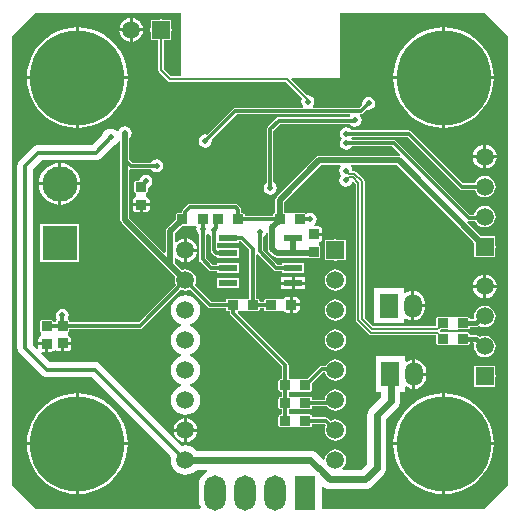
<source format=gbl>
G04*
G04 #@! TF.GenerationSoftware,Altium Limited,Altium Designer,20.0.7 (75)*
G04*
G04 Layer_Physical_Order=4*
G04 Layer_Color=16711680*
%FSLAX44Y44*%
%MOMM*%
G71*
G01*
G75*
%ADD13C,0.2000*%
G04:AMPARAMS|DCode=25|XSize=0.9mm|YSize=0.8mm|CornerRadius=0.06mm|HoleSize=0mm|Usage=FLASHONLY|Rotation=0.000|XOffset=0mm|YOffset=0mm|HoleType=Round|Shape=RoundedRectangle|*
%AMROUNDEDRECTD25*
21,1,0.9000,0.6800,0,0,0.0*
21,1,0.7800,0.8000,0,0,0.0*
1,1,0.1200,0.3900,-0.3400*
1,1,0.1200,-0.3900,-0.3400*
1,1,0.1200,-0.3900,0.3400*
1,1,0.1200,0.3900,0.3400*
%
%ADD25ROUNDEDRECTD25*%
G04:AMPARAMS|DCode=33|XSize=0.8mm|YSize=0.9mm|CornerRadius=0.06mm|HoleSize=0mm|Usage=FLASHONLY|Rotation=90.000|XOffset=0mm|YOffset=0mm|HoleType=Round|Shape=RoundedRectangle|*
%AMROUNDEDRECTD33*
21,1,0.8000,0.7800,0,0,90.0*
21,1,0.6800,0.9000,0,0,90.0*
1,1,0.1200,0.3900,0.3400*
1,1,0.1200,0.3900,-0.3400*
1,1,0.1200,-0.3900,-0.3400*
1,1,0.1200,-0.3900,0.3400*
%
%ADD33ROUNDEDRECTD33*%
%ADD60C,0.5000*%
%ADD62C,0.3000*%
%ADD64C,0.5000*%
%ADD65C,0.1824*%
%ADD67C,1.5000*%
%ADD68R,1.5000X1.5000*%
%ADD69O,1.8000X3.0000*%
%ADD70R,1.8000X3.0000*%
%ADD71R,1.5000X1.5000*%
%ADD72C,3.0000*%
%ADD73R,3.0000X3.0000*%
%ADD74R,1.5000X2.0000*%
%ADD75O,1.5000X2.0000*%
%ADD76C,8.0000*%
%ADD77R,1.6030X0.5588*%
%ADD78C,0.6000*%
%ADD79C,0.3810*%
G36*
X210000Y190000D02*
Y-190000D01*
X190000Y-210000D01*
X52100D01*
Y-191901D01*
X53370Y-191309D01*
X54580Y-192238D01*
X56526Y-193044D01*
X58614Y-193319D01*
X88500D01*
X90588Y-193044D01*
X92535Y-192238D01*
X94206Y-190956D01*
X104206Y-180956D01*
X105488Y-179284D01*
X106294Y-177338D01*
X106569Y-175250D01*
Y-134092D01*
X116206Y-124456D01*
X117488Y-122785D01*
X118294Y-120838D01*
X118569Y-118750D01*
Y-111000D01*
X122500D01*
Y-107001D01*
X123770Y-106375D01*
X124937Y-107270D01*
X127379Y-108282D01*
X128730Y-108459D01*
Y-96000D01*
Y-83541D01*
X127379Y-83718D01*
X124937Y-84730D01*
X123770Y-85625D01*
X122500Y-84999D01*
Y-81000D01*
X97500D01*
Y-111000D01*
X102431D01*
Y-115408D01*
X92794Y-125044D01*
X91512Y-126715D01*
X90706Y-128662D01*
X90431Y-130750D01*
Y-171908D01*
X85158Y-177181D01*
X69578D01*
X69147Y-175911D01*
X69919Y-175319D01*
X71361Y-173439D01*
X72268Y-171250D01*
X72578Y-168900D01*
X72268Y-166551D01*
X71361Y-164361D01*
X69919Y-162481D01*
X68039Y-161038D01*
X65849Y-160132D01*
X63500Y-159822D01*
X61150Y-160132D01*
X58961Y-161038D01*
X57081Y-162481D01*
X55638Y-164361D01*
X54732Y-166551D01*
X54575Y-167740D01*
X54297Y-167992D01*
X53247Y-168428D01*
X53204Y-168428D01*
X47970Y-163194D01*
X46299Y-161912D01*
X44353Y-161106D01*
X42264Y-160831D01*
X-53936D01*
X-54585Y-159985D01*
X-57196Y-157981D01*
X-60237Y-156722D01*
X-63500Y-156292D01*
X-66448Y-156680D01*
X-135514Y-87614D01*
X-136872Y-86572D01*
X-138453Y-85917D01*
X-140150Y-85694D01*
X-178034D01*
X-185439Y-78289D01*
X-184971Y-77258D01*
X-184831Y-77101D01*
X-182270D01*
Y-71770D01*
X-188102D01*
Y-73831D01*
X-188258Y-73971D01*
X-189289Y-74439D01*
X-192694Y-71034D01*
Y77534D01*
X-185284Y84944D01*
X-139500D01*
X-137803Y85167D01*
X-136222Y85822D01*
X-134864Y86864D01*
X-124780Y96948D01*
X-122968Y97699D01*
X-121401Y98901D01*
X-120199Y100468D01*
X-119864Y101276D01*
X-118594Y101024D01*
Y85500D01*
Y34750D01*
X-118594Y34750D01*
X-118301Y33279D01*
X-117468Y32032D01*
X-78968Y-6468D01*
X-78968Y-6468D01*
X-71981Y-13456D01*
X-72268Y-14151D01*
X-72578Y-16500D01*
X-72268Y-18850D01*
X-71558Y-20564D01*
X-103170Y-52176D01*
X-161693D01*
Y-51600D01*
X-161838Y-50870D01*
X-162252Y-50252D01*
X-162870Y-49839D01*
X-163124Y-49226D01*
X-162569Y-48396D01*
X-162142Y-46250D01*
X-162569Y-44104D01*
X-163785Y-42285D01*
X-165604Y-41069D01*
X-167750Y-40642D01*
X-169896Y-41069D01*
X-171715Y-42285D01*
X-172931Y-44104D01*
X-173358Y-46250D01*
X-172931Y-48396D01*
X-172067Y-49688D01*
X-172130Y-49839D01*
X-172748Y-50252D01*
X-173162Y-50870D01*
X-173307Y-51600D01*
Y-52176D01*
X-175193D01*
Y-52100D01*
X-175338Y-51370D01*
X-175752Y-50752D01*
X-176370Y-50339D01*
X-177100Y-50193D01*
X-184900D01*
X-185630Y-50339D01*
X-186248Y-50752D01*
X-186661Y-51370D01*
X-186807Y-52100D01*
Y-58900D01*
X-186661Y-59630D01*
X-186248Y-60248D01*
X-185630Y-60662D01*
X-185500Y-60687D01*
Y-64018D01*
X-186125Y-64142D01*
X-187164Y-64836D01*
X-187858Y-65875D01*
X-188102Y-67100D01*
Y-69230D01*
X-181000D01*
Y-70500D01*
X-179730D01*
Y-77101D01*
X-177100D01*
X-175875Y-76858D01*
X-174836Y-76164D01*
X-173664Y-75664D01*
X-173268Y-75928D01*
X-172625Y-76358D01*
X-171400Y-76602D01*
X-168770D01*
Y-70000D01*
X-167500D01*
Y-68730D01*
X-160399D01*
Y-66600D01*
X-160642Y-65375D01*
X-161336Y-64336D01*
X-162375Y-63642D01*
X-163000Y-63518D01*
Y-60187D01*
X-162870Y-60161D01*
X-162252Y-59748D01*
X-161838Y-59130D01*
X-161693Y-58400D01*
Y-57824D01*
X-102000D01*
X-102000Y-57824D01*
X-100919Y-57609D01*
X-100003Y-56997D01*
X-67564Y-24558D01*
X-65849Y-25268D01*
X-63500Y-25578D01*
X-61150Y-25268D01*
X-59436Y-24558D01*
X-44497Y-39497D01*
X-44497Y-39497D01*
X-43581Y-40109D01*
X-42500Y-40324D01*
X-29307D01*
Y-40900D01*
X-29162Y-41630D01*
X-28748Y-42248D01*
X-28130Y-42661D01*
X-27400Y-42807D01*
X-25832D01*
Y-44243D01*
X-25832Y-44243D01*
X-25617Y-45324D01*
X-25004Y-46240D01*
X18176Y-89420D01*
Y-100193D01*
X17100D01*
X16370Y-100338D01*
X15752Y-100752D01*
X15338Y-101370D01*
X15193Y-102100D01*
Y-108900D01*
X15338Y-109630D01*
X15752Y-110248D01*
X16370Y-110661D01*
X17100Y-110807D01*
X18176D01*
Y-115193D01*
X17100D01*
X16370Y-115338D01*
X15752Y-115752D01*
X15338Y-116370D01*
X15193Y-117100D01*
Y-123900D01*
X15338Y-124630D01*
X15752Y-125248D01*
X16370Y-125661D01*
X17100Y-125807D01*
X18176D01*
Y-130193D01*
X17100D01*
X16370Y-130338D01*
X15752Y-130752D01*
X15338Y-131370D01*
X15193Y-132100D01*
Y-138900D01*
X15338Y-139630D01*
X15752Y-140248D01*
X16370Y-140661D01*
X17100Y-140807D01*
X24900D01*
X25194Y-140748D01*
X25500Y-140875D01*
X33500D01*
X33806Y-140748D01*
X34100Y-140807D01*
X41900D01*
X42630Y-140661D01*
X43248Y-140248D01*
X43661Y-139630D01*
X43807Y-138900D01*
Y-138324D01*
X54330D01*
X55442Y-139436D01*
X54732Y-141151D01*
X54422Y-143500D01*
X54732Y-145850D01*
X55638Y-148039D01*
X57081Y-149919D01*
X58961Y-151361D01*
X61150Y-152268D01*
X63500Y-152578D01*
X65849Y-152268D01*
X68039Y-151361D01*
X69919Y-149919D01*
X71361Y-148039D01*
X72268Y-145850D01*
X72578Y-143500D01*
X72268Y-141151D01*
X71361Y-138961D01*
X69919Y-137081D01*
X68039Y-135639D01*
X65849Y-134732D01*
X63500Y-134422D01*
X61150Y-134732D01*
X59436Y-135442D01*
X57497Y-133503D01*
X56581Y-132891D01*
X55500Y-132676D01*
X55500Y-132676D01*
X43807D01*
Y-132100D01*
X43661Y-131370D01*
X43248Y-130752D01*
X42630Y-130338D01*
X41900Y-130193D01*
X34100D01*
X33806Y-130252D01*
X33500Y-130125D01*
X25500D01*
X25194Y-130252D01*
X24900Y-130193D01*
X23824D01*
Y-125807D01*
X24900D01*
X25194Y-125748D01*
X25500Y-125875D01*
X33500D01*
X33806Y-125748D01*
X34100Y-125807D01*
X41900D01*
X42630Y-125661D01*
X43248Y-125248D01*
X43661Y-124630D01*
X43807Y-123900D01*
Y-123324D01*
X56164D01*
X57081Y-124519D01*
X58961Y-125961D01*
X61150Y-126868D01*
X63500Y-127178D01*
X65849Y-126868D01*
X68039Y-125961D01*
X69919Y-124519D01*
X71361Y-122639D01*
X72268Y-120449D01*
X72578Y-118100D01*
X72268Y-115751D01*
X71361Y-113561D01*
X69919Y-111681D01*
X68039Y-110239D01*
X65849Y-109332D01*
X63500Y-109022D01*
X61150Y-109332D01*
X58961Y-110239D01*
X57081Y-111681D01*
X55638Y-113561D01*
X54732Y-115751D01*
X54478Y-117676D01*
X43807D01*
Y-117100D01*
X43661Y-116370D01*
X43248Y-115752D01*
X42630Y-115338D01*
X41900Y-115193D01*
X34100D01*
X33806Y-115252D01*
X33500Y-115125D01*
X25500D01*
X25194Y-115252D01*
X24900Y-115193D01*
X23824D01*
Y-110807D01*
X24900D01*
X25194Y-110748D01*
X25500Y-110875D01*
X33500D01*
X33806Y-110748D01*
X34100Y-110807D01*
X41900D01*
X42630Y-110661D01*
X43248Y-110248D01*
X43661Y-109630D01*
X43807Y-108900D01*
Y-103687D01*
X52920Y-94574D01*
X54669D01*
X54732Y-95049D01*
X55638Y-97239D01*
X57081Y-99119D01*
X58961Y-100561D01*
X61150Y-101468D01*
X63500Y-101778D01*
X65849Y-101468D01*
X68039Y-100561D01*
X69919Y-99119D01*
X71361Y-97239D01*
X72268Y-95049D01*
X72578Y-92700D01*
X72268Y-90351D01*
X71361Y-88161D01*
X69919Y-86281D01*
X68039Y-84838D01*
X65849Y-83932D01*
X63500Y-83622D01*
X61150Y-83932D01*
X58961Y-84838D01*
X57081Y-86281D01*
X55638Y-88161D01*
X55322Y-88926D01*
X51750D01*
X50669Y-89141D01*
X49753Y-89753D01*
X49753Y-89753D01*
X39312Y-100193D01*
X34100D01*
X33805Y-100252D01*
X33500Y-100126D01*
X25500D01*
X25194Y-100252D01*
X24900Y-100193D01*
X23824D01*
Y-88250D01*
X23609Y-87169D01*
X22997Y-86253D01*
X22997Y-86253D01*
X-19189Y-44067D01*
X-18585Y-42875D01*
X-11001D01*
X-10695Y-42748D01*
X-10400Y-42807D01*
X-2600D01*
X-1870Y-42661D01*
X-1252Y-42248D01*
X-838Y-41630D01*
X-693Y-40900D01*
Y-40324D01*
X3193D01*
Y-40900D01*
X3338Y-41630D01*
X3752Y-42248D01*
X4370Y-42661D01*
X5100Y-42807D01*
X12900D01*
X13194Y-42748D01*
X13500Y-42875D01*
X19643D01*
X19836Y-43164D01*
X20875Y-43858D01*
X22100Y-44102D01*
X24730D01*
Y-37500D01*
Y-30898D01*
X22100D01*
X20875Y-31142D01*
X19836Y-31836D01*
X19643Y-32125D01*
X13500D01*
X13194Y-32252D01*
X12900Y-32193D01*
X5100D01*
X4370Y-32339D01*
X3752Y-32752D01*
X3338Y-33370D01*
X3193Y-34100D01*
Y-34676D01*
X-693D01*
Y-34100D01*
X-838Y-33370D01*
X-1252Y-32752D01*
X-1870Y-32339D01*
X-2600Y-32193D01*
X-3676D01*
Y4929D01*
X-2406Y5412D01*
X11353Y-8347D01*
X11353Y-8347D01*
X12269Y-8959D01*
X13350Y-9174D01*
X18288D01*
Y-10414D01*
X36858D01*
Y-2286D01*
X18288D01*
Y-3526D01*
X14520D01*
X2074Y8920D01*
Y19612D01*
X3486Y20555D01*
X4701Y22375D01*
X4886Y23303D01*
X6156Y23178D01*
Y10000D01*
X6156Y10000D01*
X6449Y8529D01*
X7282Y7282D01*
X10932Y3632D01*
X12179Y2799D01*
X13650Y2506D01*
X13650Y2506D01*
X18288D01*
Y2286D01*
X36858D01*
Y2506D01*
X40120D01*
X40370Y2339D01*
X41100Y2193D01*
X48900D01*
X49630Y2339D01*
X50248Y2752D01*
X50662Y3370D01*
X50807Y4100D01*
Y10900D01*
X50662Y11630D01*
X50248Y12248D01*
X49630Y12661D01*
X49500Y12687D01*
Y16018D01*
X50125Y16142D01*
X51164Y16836D01*
X51858Y17875D01*
X52101Y19100D01*
Y21230D01*
X45000D01*
Y23770D01*
X52101D01*
Y25900D01*
X51858Y27125D01*
X51164Y28164D01*
X50125Y28858D01*
X48900Y29102D01*
X45358D01*
X44973Y30371D01*
X45965Y31035D01*
X47181Y32854D01*
X47608Y35000D01*
X47181Y37146D01*
X45965Y38965D01*
X44146Y40181D01*
X42000Y40608D01*
X39854Y40181D01*
X38890Y39536D01*
X38748Y39748D01*
X38130Y40161D01*
X37400Y40307D01*
X29600D01*
X29305Y40248D01*
X29000Y40375D01*
X21000D01*
X20344Y41478D01*
Y49908D01*
X51592Y81156D01*
X67611D01*
X68078Y79886D01*
X67069Y78376D01*
X66642Y76230D01*
X67069Y74084D01*
X67714Y73119D01*
X68358Y72021D01*
X67142Y70202D01*
X66715Y68056D01*
X67142Y65910D01*
X68358Y64090D01*
X70177Y62875D01*
X72323Y62448D01*
X74469Y62875D01*
X76288Y64090D01*
X77504Y65910D01*
X77615Y66469D01*
X78830Y66838D01*
X80682Y64987D01*
Y-50484D01*
X80682Y-50485D01*
X80851Y-51336D01*
X81333Y-52058D01*
X91895Y-62620D01*
X91896Y-62620D01*
X92617Y-63102D01*
X93469Y-63271D01*
X148693D01*
Y-69400D01*
X148839Y-70130D01*
X149252Y-70748D01*
X149870Y-71161D01*
X150600Y-71307D01*
X158400D01*
X158694Y-71248D01*
X159000Y-71375D01*
X167000D01*
X167305Y-71248D01*
X167600Y-71307D01*
X175400D01*
X176130Y-71161D01*
X176748Y-70748D01*
X177162Y-70130D01*
X177307Y-69400D01*
Y-69237D01*
X180390D01*
X181236Y-70340D01*
X181232Y-70350D01*
X180923Y-72700D01*
X181232Y-75049D01*
X182139Y-77238D01*
X183581Y-79118D01*
X185461Y-80561D01*
X187651Y-81468D01*
X190000Y-81777D01*
X192350Y-81468D01*
X194539Y-80561D01*
X196419Y-79118D01*
X197862Y-77238D01*
X198769Y-75049D01*
X199078Y-72700D01*
X198769Y-70350D01*
X197862Y-68161D01*
X196419Y-66281D01*
X194539Y-64838D01*
X192350Y-63931D01*
X190000Y-63622D01*
X187651Y-63931D01*
X185552Y-64801D01*
X184462Y-63711D01*
X183412Y-63009D01*
X182173Y-62763D01*
X177307D01*
Y-62600D01*
X177162Y-61870D01*
X176748Y-61252D01*
X176130Y-60838D01*
X175400Y-60693D01*
X167600D01*
X167306Y-60752D01*
X167000Y-60625D01*
X159000D01*
X158694Y-60752D01*
X158400Y-60693D01*
X152586D01*
X152485Y-60542D01*
X152485Y-60542D01*
X151443Y-59500D01*
X152485Y-58458D01*
X152485Y-58458D01*
X152586Y-58307D01*
X158400D01*
X158694Y-58248D01*
X159000Y-58375D01*
X167000D01*
X167306Y-58248D01*
X167600Y-58307D01*
X175400D01*
X176130Y-58162D01*
X176748Y-57748D01*
X177162Y-57130D01*
X177307Y-56400D01*
Y-56237D01*
X182173D01*
X183412Y-55991D01*
X184462Y-55289D01*
X184968Y-54783D01*
X185461Y-55162D01*
X187650Y-56069D01*
X190000Y-56378D01*
X192349Y-56069D01*
X194539Y-55162D01*
X196419Y-53719D01*
X197861Y-51839D01*
X198768Y-49650D01*
X199077Y-47300D01*
X198768Y-44951D01*
X197861Y-42762D01*
X196419Y-40882D01*
X194539Y-39439D01*
X192349Y-38532D01*
X190000Y-38223D01*
X187650Y-38532D01*
X185461Y-39439D01*
X183581Y-40882D01*
X182138Y-42762D01*
X181231Y-44951D01*
X180922Y-47300D01*
X181093Y-48601D01*
X180055Y-49763D01*
X177307D01*
Y-49600D01*
X177162Y-48870D01*
X176748Y-48252D01*
X176130Y-47839D01*
X175400Y-47693D01*
X167600D01*
X167306Y-47752D01*
X167000Y-47625D01*
X159000D01*
X158694Y-47752D01*
X158400Y-47693D01*
X150600D01*
X149870Y-47839D01*
X149252Y-48252D01*
X148839Y-48870D01*
X148693Y-49600D01*
Y-55729D01*
X95672D01*
X88225Y-48282D01*
Y67190D01*
X88225Y67190D01*
X88055Y68041D01*
X87573Y68763D01*
X81019Y75317D01*
X80297Y75799D01*
X79446Y75968D01*
X79446Y75968D01*
X78072D01*
X77858Y76230D01*
X77431Y78376D01*
X76422Y79886D01*
X76889Y81156D01*
X115308D01*
X181230Y15234D01*
Y14237D01*
X180923Y11900D01*
X181230Y9564D01*
Y3130D01*
X187663D01*
X190000Y2823D01*
X192337Y3130D01*
X198770D01*
Y9564D01*
X199078Y11900D01*
X198770Y14237D01*
Y20670D01*
X192337D01*
X190000Y20978D01*
X187663Y20670D01*
X186666D01*
X175259Y32078D01*
X175884Y33249D01*
X176250Y33176D01*
X176250Y33176D01*
X181967D01*
X182139Y32762D01*
X183581Y30882D01*
X185461Y29439D01*
X187651Y28532D01*
X190000Y28223D01*
X192350Y28532D01*
X194539Y29439D01*
X196419Y30882D01*
X197862Y32762D01*
X198769Y34951D01*
X199078Y37300D01*
X198769Y39650D01*
X197862Y41839D01*
X196419Y43719D01*
X194539Y45162D01*
X192350Y46069D01*
X190000Y46378D01*
X187651Y46069D01*
X185461Y45162D01*
X183581Y43719D01*
X182139Y41839D01*
X181232Y39650D01*
X181123Y38824D01*
X177420D01*
X114747Y101497D01*
X113831Y102109D01*
X112750Y102324D01*
X112750Y102324D01*
X77478D01*
X77389Y102457D01*
X76737Y103500D01*
X77389Y104543D01*
X77478Y104676D01*
X124580D01*
X168553Y60703D01*
X168553Y60703D01*
X169470Y60090D01*
X170550Y59875D01*
X181428D01*
X182138Y58161D01*
X183581Y56281D01*
X185461Y54838D01*
X187650Y53931D01*
X190000Y53622D01*
X192349Y53931D01*
X194539Y54838D01*
X196419Y56281D01*
X197861Y58161D01*
X198768Y60350D01*
X199077Y62700D01*
X198768Y65049D01*
X197861Y67238D01*
X196419Y69118D01*
X194539Y70561D01*
X192349Y71468D01*
X190000Y71777D01*
X187650Y71468D01*
X185461Y70561D01*
X183581Y69118D01*
X182138Y67238D01*
X181428Y65524D01*
X171720D01*
X127747Y109497D01*
X126831Y110109D01*
X125750Y110324D01*
X125750Y110324D01*
X77478D01*
X76715Y111465D01*
X74896Y112681D01*
X72750Y113108D01*
X70604Y112681D01*
X68785Y111465D01*
X67569Y109646D01*
X67142Y107500D01*
X67569Y105354D01*
X68111Y104543D01*
X68763Y103500D01*
X68111Y102457D01*
X67569Y101646D01*
X67142Y99500D01*
X67569Y97354D01*
X68785Y95535D01*
X70604Y94319D01*
X72750Y93892D01*
X74896Y94319D01*
X76715Y95535D01*
X77478Y96676D01*
X111580D01*
X118419Y89837D01*
X118357Y89575D01*
X117794Y88666D01*
X116901Y88844D01*
X116901Y88844D01*
X50000D01*
X48529Y88551D01*
X47282Y87718D01*
X47282Y87718D01*
X13782Y54218D01*
X12949Y52971D01*
X12656Y51500D01*
X12656Y51500D01*
Y40307D01*
X12600D01*
X11870Y40161D01*
X11252Y39748D01*
X10839Y39130D01*
X10693Y38400D01*
Y37824D01*
X-13193D01*
Y38400D01*
X-13339Y39130D01*
X-13752Y39748D01*
X-14370Y40161D01*
X-15100Y40307D01*
X-16176D01*
Y43243D01*
X-16176Y43243D01*
X-16391Y44323D01*
X-17003Y45240D01*
X-17003Y45240D01*
X-18760Y46997D01*
X-19677Y47609D01*
X-20757Y47824D01*
X-20758Y47824D01*
X-60000D01*
X-60000Y47824D01*
X-61081Y47609D01*
X-61997Y46997D01*
X-61997Y46997D01*
X-65741Y43253D01*
X-66353Y42337D01*
X-66568Y41256D01*
X-67345Y40307D01*
X-69900D01*
X-70630Y40161D01*
X-71248Y39748D01*
X-71662Y39130D01*
X-71807Y38400D01*
Y34629D01*
X-78968Y27468D01*
X-79801Y26221D01*
X-80094Y24750D01*
X-80094Y24750D01*
Y7189D01*
X-81267Y6703D01*
X-110906Y36342D01*
Y76447D01*
X-109636Y77453D01*
X-109500Y77426D01*
X-109500Y77426D01*
X-92728D01*
X-91965Y76285D01*
X-90146Y75069D01*
X-88000Y74642D01*
X-85854Y75069D01*
X-84035Y76285D01*
X-82819Y78104D01*
X-82392Y80250D01*
X-82819Y82396D01*
X-84035Y84215D01*
X-85854Y85431D01*
X-88000Y85858D01*
X-90146Y85431D01*
X-91965Y84215D01*
X-92728Y83074D01*
X-108330D01*
X-110906Y85650D01*
Y103954D01*
X-110785Y104035D01*
X-109569Y105854D01*
X-109142Y108000D01*
X-109569Y110146D01*
X-110785Y111965D01*
X-112604Y113181D01*
X-114750Y113608D01*
X-116896Y113181D01*
X-118715Y111965D01*
X-119931Y110146D01*
X-120020Y109699D01*
X-121257Y109411D01*
X-121401Y109599D01*
X-122968Y110801D01*
X-124792Y111557D01*
X-126750Y111815D01*
X-128708Y111557D01*
X-130532Y110801D01*
X-132099Y109599D01*
X-133301Y108032D01*
X-134052Y106220D01*
X-142216Y98056D01*
X-188000D01*
X-189697Y97833D01*
X-191278Y97178D01*
X-192636Y96136D01*
X-203886Y84886D01*
X-204928Y83528D01*
X-205583Y81947D01*
X-205806Y80250D01*
Y-73750D01*
X-205583Y-75447D01*
X-204928Y-77028D01*
X-203886Y-78386D01*
X-185386Y-96886D01*
X-184028Y-97928D01*
X-182447Y-98583D01*
X-180750Y-98806D01*
X-142866D01*
X-75720Y-165952D01*
X-76108Y-168900D01*
X-75678Y-172163D01*
X-74419Y-175204D01*
X-72415Y-177815D01*
X-69804Y-179819D01*
X-66763Y-181078D01*
X-63500Y-181508D01*
X-60237Y-181078D01*
X-57196Y-179819D01*
X-54585Y-177815D01*
X-53936Y-176969D01*
X-45039D01*
X-44792Y-178215D01*
X-45160Y-178367D01*
X-48085Y-180611D01*
X-50329Y-183536D01*
X-51739Y-186941D01*
X-52220Y-190596D01*
Y-202596D01*
X-51739Y-206251D01*
X-50712Y-208730D01*
X-51561Y-210000D01*
X-190000D01*
X-210000Y-190000D01*
Y190000D01*
X-190000Y210000D01*
X-67415D01*
Y156052D01*
X-75562D01*
X-81760Y162249D01*
Y186553D01*
X-81737Y186556D01*
X-75304D01*
Y192989D01*
X-74996Y195326D01*
X-75304Y197663D01*
Y204096D01*
X-81737D01*
X-84074Y204404D01*
X-86411Y204096D01*
X-92844D01*
Y197663D01*
X-93152Y195326D01*
X-92844Y192989D01*
Y186556D01*
X-86411D01*
X-86389Y186553D01*
Y161290D01*
X-86212Y160404D01*
X-85711Y159653D01*
X-78158Y152100D01*
X-77407Y151599D01*
X-76521Y151423D01*
X21748D01*
X35533Y137637D01*
X34951Y136766D01*
X34524Y134620D01*
X34951Y132474D01*
X36043Y130840D01*
X35678Y129570D01*
X-21254D01*
X-22335Y129355D01*
X-23251Y128743D01*
X-23251Y128743D01*
X-45404Y106590D01*
X-46750Y106858D01*
X-48896Y106431D01*
X-50715Y105215D01*
X-51931Y103396D01*
X-52358Y101250D01*
X-51931Y99104D01*
X-50715Y97285D01*
X-48896Y96069D01*
X-46750Y95642D01*
X-44604Y96069D01*
X-42785Y97285D01*
X-41569Y99104D01*
X-41142Y101250D01*
X-41410Y102596D01*
X-20084Y123922D01*
X75556D01*
X75921Y122652D01*
X75113Y121442D01*
X15368D01*
X14287Y121227D01*
X13371Y120615D01*
X13371Y120615D01*
X6003Y113247D01*
X5391Y112331D01*
X5176Y111250D01*
X5176Y111250D01*
Y66061D01*
X4285Y65465D01*
X3069Y63646D01*
X2642Y61500D01*
X3069Y59354D01*
X4285Y57535D01*
X6104Y56319D01*
X8250Y55892D01*
X10396Y56319D01*
X12215Y57535D01*
X13431Y59354D01*
X13858Y61500D01*
X13431Y63646D01*
X12215Y65465D01*
X10824Y66395D01*
Y110080D01*
X16538Y115794D01*
X75452D01*
X76045Y114907D01*
X77864Y113691D01*
X80010Y113264D01*
X82156Y113691D01*
X83975Y114907D01*
X85191Y116726D01*
X85618Y118872D01*
X85191Y121018D01*
X84099Y122652D01*
X84464Y123922D01*
X85246D01*
X85246Y123922D01*
X86327Y124137D01*
X87243Y124749D01*
X90404Y127910D01*
X91750Y127642D01*
X93896Y128069D01*
X95715Y129285D01*
X96931Y131104D01*
X97358Y133250D01*
X96931Y135396D01*
X95715Y137215D01*
X93896Y138431D01*
X91750Y138858D01*
X89604Y138431D01*
X87785Y137215D01*
X86569Y135396D01*
X86142Y133250D01*
X86410Y131904D01*
X84076Y129570D01*
X44586D01*
X44221Y130840D01*
X45313Y132474D01*
X45740Y134620D01*
X45313Y136766D01*
X44097Y138585D01*
X42278Y139801D01*
X40132Y140228D01*
X39596Y140121D01*
X26258Y153459D01*
X26744Y154632D01*
X66040D01*
X67012Y155035D01*
X67415Y156007D01*
Y210000D01*
X190000D01*
X210000Y190000D01*
D02*
G37*
G36*
X-61500Y29625D02*
X-55048D01*
X-54096Y28355D01*
X-54358Y27040D01*
X-53931Y24894D01*
X-52715Y23075D01*
X-51824Y22479D01*
Y1000D01*
X-51824Y1000D01*
X-51609Y-81D01*
X-50997Y-997D01*
X-44741Y-7254D01*
X-44741Y-7254D01*
X-43647Y-8347D01*
X-43647Y-8347D01*
X-42731Y-8959D01*
X-41650Y-9174D01*
X-36858D01*
Y-10414D01*
X-18288D01*
Y-2286D01*
X-36858D01*
Y-3526D01*
X-40480D01*
X-40747Y-3259D01*
X-40747Y-3259D01*
X-46176Y2170D01*
Y21926D01*
X-45164Y22768D01*
X-43642Y22672D01*
X-43217Y22036D01*
X-42076Y21274D01*
Y8807D01*
X-42076Y8807D01*
X-41861Y7727D01*
X-41249Y6810D01*
X-39240Y4801D01*
X-39240Y4801D01*
X-38323Y4189D01*
X-37243Y3974D01*
X-36858Y2819D01*
Y2286D01*
X-18288D01*
Y10414D01*
X-36428D01*
Y14986D01*
X-18288D01*
Y16226D01*
X-16720D01*
X-9324Y8830D01*
Y-32193D01*
X-10400D01*
X-10695Y-32252D01*
X-11001Y-32125D01*
X-19001D01*
X-19306Y-32252D01*
X-19600Y-32193D01*
X-27400D01*
X-28130Y-32339D01*
X-28748Y-32752D01*
X-29162Y-33370D01*
X-29307Y-34100D01*
Y-34676D01*
X-41330D01*
X-55442Y-20564D01*
X-54732Y-18850D01*
X-54422Y-16500D01*
X-54732Y-14151D01*
X-55638Y-11961D01*
X-57081Y-10081D01*
X-58961Y-8638D01*
X-61150Y-7732D01*
X-63500Y-7422D01*
X-65849Y-7732D01*
X-66544Y-8019D01*
X-72406Y-2158D01*
Y1928D01*
X-71136Y2359D01*
X-70661Y1739D01*
X-68563Y130D01*
X-66121Y-882D01*
X-64770Y-1059D01*
Y8900D01*
Y18859D01*
X-66121Y18682D01*
X-68563Y17670D01*
X-70661Y16061D01*
X-71136Y15441D01*
X-72406Y15872D01*
Y23158D01*
X-65871Y29693D01*
X-62100D01*
X-61806Y29752D01*
X-61500Y29625D01*
D02*
G37*
%LPC*%
G36*
X-108204Y205285D02*
Y196596D01*
X-99515D01*
X-99692Y197947D01*
X-100704Y200389D01*
X-102313Y202487D01*
X-104411Y204096D01*
X-106853Y205108D01*
X-108204Y205285D01*
D02*
G37*
G36*
X-110744Y205285D02*
X-112095Y205108D01*
X-114537Y204096D01*
X-116635Y202487D01*
X-118244Y200389D01*
X-119256Y197947D01*
X-119433Y196596D01*
X-110744D01*
Y205285D01*
D02*
G37*
G36*
X-99515Y194056D02*
X-108204D01*
Y185367D01*
X-106853Y185544D01*
X-104411Y186556D01*
X-102313Y188165D01*
X-100704Y190263D01*
X-99692Y192705D01*
X-99515Y194056D01*
D02*
G37*
G36*
X-110744D02*
X-119433D01*
X-119256Y192705D01*
X-118244Y190263D01*
X-116635Y188165D01*
X-114537Y186556D01*
X-112095Y185544D01*
X-110744Y185367D01*
Y194056D01*
D02*
G37*
G36*
X156270Y197548D02*
Y156270D01*
X197548D01*
X197267Y160564D01*
X196179Y166034D01*
X194386Y171314D01*
X191920Y176316D01*
X188822Y180952D01*
X185145Y185145D01*
X180952Y188822D01*
X176316Y191920D01*
X171314Y194386D01*
X166034Y196179D01*
X160564Y197267D01*
X156270Y197548D01*
D02*
G37*
G36*
X153730D02*
X149436Y197267D01*
X143966Y196179D01*
X138686Y194386D01*
X133684Y191920D01*
X129048Y188822D01*
X124855Y185145D01*
X121178Y180952D01*
X118080Y176316D01*
X115614Y171314D01*
X113821Y166034D01*
X112733Y160564D01*
X112452Y156270D01*
X153730D01*
Y197548D01*
D02*
G37*
G36*
X-153730D02*
Y156270D01*
X-112452D01*
X-112733Y160564D01*
X-113821Y166034D01*
X-115614Y171314D01*
X-118080Y176316D01*
X-121178Y180952D01*
X-124855Y185145D01*
X-129048Y188822D01*
X-133684Y191920D01*
X-138686Y194386D01*
X-143966Y196179D01*
X-149436Y197267D01*
X-153730Y197548D01*
D02*
G37*
G36*
X-156270D02*
X-160564Y197267D01*
X-166034Y196179D01*
X-171314Y194386D01*
X-176316Y191920D01*
X-180952Y188822D01*
X-185145Y185145D01*
X-188822Y180952D01*
X-191920Y176316D01*
X-194386Y171314D01*
X-196179Y166034D01*
X-197267Y160564D01*
X-197548Y156270D01*
X-156270D01*
Y197548D01*
D02*
G37*
G36*
X197548Y153730D02*
X156270D01*
Y112452D01*
X160564Y112733D01*
X166034Y113821D01*
X171314Y115614D01*
X176316Y118080D01*
X180952Y121178D01*
X185145Y124855D01*
X188822Y129048D01*
X191920Y133684D01*
X194386Y138686D01*
X196179Y143966D01*
X197267Y149436D01*
X197548Y153730D01*
D02*
G37*
G36*
X153730D02*
X112452D01*
X112733Y149436D01*
X113821Y143966D01*
X115614Y138686D01*
X118080Y133684D01*
X121178Y129048D01*
X124855Y124855D01*
X129048Y121178D01*
X133684Y118080D01*
X138686Y115614D01*
X143966Y113821D01*
X149436Y112733D01*
X153730Y112452D01*
Y153730D01*
D02*
G37*
G36*
X-112452D02*
X-153730D01*
Y112452D01*
X-149436Y112733D01*
X-143966Y113821D01*
X-138686Y115614D01*
X-133684Y118080D01*
X-129048Y121178D01*
X-124855Y124855D01*
X-121178Y129048D01*
X-118080Y133684D01*
X-115614Y138686D01*
X-113821Y143966D01*
X-112733Y149436D01*
X-112452Y153730D01*
D02*
G37*
G36*
X-156270D02*
X-197548D01*
X-197267Y149436D01*
X-196179Y143966D01*
X-194386Y138686D01*
X-191920Y133684D01*
X-188822Y129048D01*
X-185145Y124855D01*
X-180952Y121178D01*
X-176316Y118080D01*
X-171314Y115614D01*
X-166034Y113821D01*
X-160564Y112733D01*
X-156270Y112452D01*
Y153730D01*
D02*
G37*
G36*
X191270Y98059D02*
Y89370D01*
X199959D01*
X199781Y90721D01*
X198770Y93163D01*
X197160Y95260D01*
X195063Y96869D01*
X192621Y97881D01*
X191270Y98059D01*
D02*
G37*
G36*
X188730D02*
X187379Y97881D01*
X184937Y96869D01*
X182839Y95260D01*
X181230Y93163D01*
X180218Y90721D01*
X180040Y89370D01*
X188730D01*
Y98059D01*
D02*
G37*
G36*
X199959Y86830D02*
X191270D01*
Y78140D01*
X192621Y78318D01*
X195063Y79330D01*
X197160Y80939D01*
X198770Y83036D01*
X199781Y85479D01*
X199959Y86830D01*
D02*
G37*
G36*
X188730D02*
X180040D01*
X180218Y85479D01*
X181230Y83036D01*
X182839Y80939D01*
X184937Y79330D01*
X187379Y78318D01*
X188730Y78140D01*
Y86830D01*
D02*
G37*
G36*
X-168730Y82500D02*
Y66270D01*
X-152500D01*
X-152714Y68438D01*
X-153717Y71745D01*
X-155345Y74792D01*
X-157537Y77463D01*
X-160208Y79654D01*
X-163255Y81283D01*
X-166562Y82286D01*
X-168730Y82500D01*
D02*
G37*
G36*
X-171270Y82500D02*
X-173438Y82286D01*
X-176745Y81283D01*
X-179792Y79654D01*
X-182463Y77463D01*
X-184655Y74792D01*
X-186283Y71745D01*
X-187286Y68438D01*
X-187500Y66270D01*
X-171270D01*
Y82500D01*
D02*
G37*
G36*
X-97000Y72608D02*
X-99146Y72181D01*
X-100965Y70965D01*
X-102181Y69146D01*
X-102447Y67807D01*
X-104900D01*
X-105630Y67661D01*
X-106248Y67248D01*
X-106662Y66630D01*
X-106807Y65900D01*
Y59100D01*
X-106662Y58370D01*
X-106248Y57752D01*
X-105630Y57339D01*
X-105500Y57313D01*
Y53982D01*
X-106125Y53858D01*
X-107164Y53164D01*
X-107858Y52125D01*
X-108102Y50900D01*
Y48770D01*
X-101000D01*
X-93898D01*
Y50900D01*
X-94142Y52125D01*
X-94836Y53164D01*
X-95875Y53858D01*
X-96500Y53982D01*
Y57313D01*
X-96370Y57339D01*
X-95752Y57752D01*
X-95338Y58370D01*
X-95193Y59100D01*
Y61752D01*
X-94854Y61819D01*
X-93035Y63035D01*
X-91819Y64854D01*
X-91392Y67000D01*
X-91819Y69146D01*
X-93035Y70965D01*
X-94854Y72181D01*
X-97000Y72608D01*
D02*
G37*
G36*
X-152500Y63730D02*
X-168730D01*
Y47500D01*
X-166562Y47714D01*
X-163255Y48717D01*
X-160208Y50346D01*
X-157537Y52537D01*
X-155345Y55208D01*
X-153717Y58255D01*
X-152714Y61561D01*
X-152500Y63730D01*
D02*
G37*
G36*
X-171270D02*
X-187500D01*
X-187286Y61561D01*
X-186283Y58255D01*
X-184655Y55208D01*
X-182463Y52537D01*
X-179792Y50346D01*
X-176745Y48717D01*
X-173438Y47714D01*
X-171270Y47500D01*
Y63730D01*
D02*
G37*
G36*
X-93898Y46230D02*
X-99730D01*
Y40898D01*
X-97100D01*
X-95875Y41142D01*
X-94836Y41836D01*
X-94142Y42875D01*
X-93898Y44100D01*
Y46230D01*
D02*
G37*
G36*
X-102270D02*
X-108102D01*
Y44100D01*
X-107858Y42875D01*
X-107164Y41836D01*
X-106125Y41142D01*
X-104900Y40898D01*
X-102270D01*
Y46230D01*
D02*
G37*
G36*
X63500Y17977D02*
X61163Y17669D01*
X54730D01*
Y11236D01*
X54422Y8899D01*
X54730Y6562D01*
Y129D01*
X61163D01*
X63500Y-178D01*
X65836Y129D01*
X72270D01*
Y6562D01*
X72577Y8899D01*
X72270Y11236D01*
Y17669D01*
X65836D01*
X63500Y17977D01*
D02*
G37*
G36*
X-153730Y31270D02*
X-186270D01*
Y-1270D01*
X-153730D01*
Y31270D01*
D02*
G37*
G36*
X38128Y-13716D02*
X28843D01*
Y-17780D01*
X38128D01*
Y-13716D01*
D02*
G37*
G36*
X26303D02*
X17018D01*
Y-17780D01*
X26303D01*
Y-13716D01*
D02*
G37*
G36*
X191270Y-11941D02*
Y-20630D01*
X199959D01*
X199781Y-19279D01*
X198770Y-16837D01*
X197160Y-14740D01*
X195063Y-13131D01*
X192621Y-12119D01*
X191270Y-11941D01*
D02*
G37*
G36*
X188730D02*
X187379Y-12119D01*
X184937Y-13131D01*
X182839Y-14740D01*
X181230Y-16837D01*
X180218Y-19279D01*
X180040Y-20630D01*
X188730D01*
Y-11941D01*
D02*
G37*
G36*
X38128Y-20320D02*
X28843D01*
Y-24384D01*
X38128D01*
Y-20320D01*
D02*
G37*
G36*
X26303D02*
X17018D01*
Y-24384D01*
X26303D01*
Y-20320D01*
D02*
G37*
G36*
X63500Y-7423D02*
X61150Y-7732D01*
X58961Y-8639D01*
X57081Y-10082D01*
X55638Y-11962D01*
X54731Y-14151D01*
X54422Y-16501D01*
X54731Y-18850D01*
X55638Y-21040D01*
X57081Y-22920D01*
X58961Y-24362D01*
X61150Y-25269D01*
X63500Y-25578D01*
X65849Y-25269D01*
X68038Y-24362D01*
X69918Y-22920D01*
X71361Y-21040D01*
X72268Y-18850D01*
X72577Y-16501D01*
X72268Y-14151D01*
X71361Y-11962D01*
X69918Y-10082D01*
X68038Y-8639D01*
X65849Y-7732D01*
X63500Y-7423D01*
D02*
G37*
G36*
X199959Y-23170D02*
X191270D01*
Y-31860D01*
X192621Y-31682D01*
X195063Y-30670D01*
X197160Y-29061D01*
X198770Y-26964D01*
X199781Y-24521D01*
X199959Y-23170D01*
D02*
G37*
G36*
X188730D02*
X180040D01*
X180218Y-24521D01*
X181230Y-26964D01*
X182839Y-29061D01*
X184937Y-30670D01*
X187379Y-31682D01*
X188730Y-31860D01*
Y-23170D01*
D02*
G37*
G36*
X29900Y-30898D02*
X27270D01*
Y-36230D01*
X33101D01*
Y-34100D01*
X32858Y-32875D01*
X32164Y-31836D01*
X31125Y-31142D01*
X29900Y-30898D01*
D02*
G37*
G36*
X130270Y-25541D02*
Y-36730D01*
X139127D01*
Y-35500D01*
X138782Y-32879D01*
X137770Y-30437D01*
X136161Y-28339D01*
X134063Y-26730D01*
X131621Y-25718D01*
X130270Y-25541D01*
D02*
G37*
G36*
X33101Y-38770D02*
X27270D01*
Y-44102D01*
X29900D01*
X31125Y-43858D01*
X32164Y-43164D01*
X32858Y-42125D01*
X33101Y-40900D01*
Y-38770D01*
D02*
G37*
G36*
X139127Y-39270D02*
X130270D01*
Y-50459D01*
X131621Y-50282D01*
X134063Y-49270D01*
X136161Y-47661D01*
X137770Y-45563D01*
X138782Y-43121D01*
X139127Y-40500D01*
Y-39270D01*
D02*
G37*
G36*
X121500Y-23000D02*
X96500D01*
Y-53000D01*
X121500D01*
Y-49001D01*
X122770Y-48375D01*
X123937Y-49270D01*
X126379Y-50282D01*
X127730Y-50459D01*
Y-38000D01*
Y-25541D01*
X126379Y-25718D01*
X123937Y-26730D01*
X122770Y-27625D01*
X121500Y-26999D01*
Y-23000D01*
D02*
G37*
G36*
X63500Y-32822D02*
X61150Y-33132D01*
X58961Y-34039D01*
X57081Y-35481D01*
X55638Y-37361D01*
X54732Y-39550D01*
X54422Y-41900D01*
X54732Y-44250D01*
X55638Y-46439D01*
X57081Y-48319D01*
X58961Y-49761D01*
X61150Y-50668D01*
X63500Y-50978D01*
X65849Y-50668D01*
X68039Y-49761D01*
X69919Y-48319D01*
X71361Y-46439D01*
X72268Y-44250D01*
X72578Y-41900D01*
X72268Y-39550D01*
X71361Y-37361D01*
X69919Y-35481D01*
X68039Y-34039D01*
X65849Y-33132D01*
X63500Y-32822D01*
D02*
G37*
G36*
Y-58222D02*
X61150Y-58532D01*
X58961Y-59439D01*
X57081Y-60881D01*
X55638Y-62761D01*
X54732Y-64950D01*
X54422Y-67300D01*
X54732Y-69650D01*
X55638Y-71839D01*
X57081Y-73719D01*
X58961Y-75161D01*
X61150Y-76068D01*
X63500Y-76378D01*
X65849Y-76068D01*
X68039Y-75161D01*
X69919Y-73719D01*
X71361Y-71839D01*
X72268Y-69650D01*
X72578Y-67300D01*
X72268Y-64950D01*
X71361Y-62761D01*
X69919Y-60881D01*
X68039Y-59439D01*
X65849Y-58532D01*
X63500Y-58222D01*
D02*
G37*
G36*
X-160399Y-71270D02*
X-166230D01*
Y-76602D01*
X-163600D01*
X-162375Y-76358D01*
X-161336Y-75664D01*
X-160642Y-74625D01*
X-160399Y-73400D01*
Y-71270D01*
D02*
G37*
G36*
X131270Y-83541D02*
Y-94730D01*
X140127D01*
Y-93500D01*
X139782Y-90879D01*
X138770Y-88437D01*
X137161Y-86339D01*
X135063Y-84730D01*
X132621Y-83718D01*
X131270Y-83541D01*
D02*
G37*
G36*
X190000Y-89022D02*
X187663Y-89330D01*
X181230D01*
Y-95763D01*
X180923Y-98100D01*
X181230Y-100436D01*
Y-106870D01*
X187663D01*
X190000Y-107177D01*
X192337Y-106870D01*
X198770D01*
Y-100436D01*
X199078Y-98100D01*
X198770Y-95763D01*
Y-89330D01*
X192337D01*
X190000Y-89022D01*
D02*
G37*
G36*
X140127Y-97270D02*
X131270D01*
Y-108459D01*
X132621Y-108282D01*
X135063Y-107270D01*
X137161Y-105661D01*
X138770Y-103563D01*
X139782Y-101121D01*
X140127Y-98500D01*
Y-97270D01*
D02*
G37*
G36*
X-63500Y-29292D02*
X-66763Y-29722D01*
X-69804Y-30981D01*
X-72415Y-32985D01*
X-74419Y-35596D01*
X-75678Y-38637D01*
X-76108Y-41900D01*
X-75678Y-45163D01*
X-74419Y-48204D01*
X-72415Y-50815D01*
X-69804Y-52819D01*
X-67077Y-53948D01*
X-67077Y-53950D01*
Y-55250D01*
X-67077Y-55252D01*
X-69804Y-56381D01*
X-72415Y-58385D01*
X-74419Y-60996D01*
X-75678Y-64037D01*
X-76108Y-67300D01*
X-75678Y-70563D01*
X-74419Y-73604D01*
X-72415Y-76215D01*
X-69804Y-78219D01*
X-67077Y-79348D01*
X-67077Y-79350D01*
Y-80650D01*
X-67077Y-80652D01*
X-69804Y-81781D01*
X-72415Y-83785D01*
X-74419Y-86396D01*
X-75678Y-89437D01*
X-76108Y-92700D01*
X-75678Y-95963D01*
X-74419Y-99004D01*
X-72415Y-101615D01*
X-69804Y-103619D01*
X-67077Y-104748D01*
X-67077Y-104750D01*
Y-106050D01*
X-67077Y-106052D01*
X-69804Y-107181D01*
X-72415Y-109185D01*
X-74419Y-111796D01*
X-75678Y-114837D01*
X-76108Y-118100D01*
X-75678Y-121363D01*
X-74419Y-124404D01*
X-72415Y-127015D01*
X-69804Y-129019D01*
X-66763Y-130278D01*
X-63500Y-130708D01*
X-60237Y-130278D01*
X-57196Y-129019D01*
X-54585Y-127015D01*
X-52581Y-124404D01*
X-51322Y-121363D01*
X-50892Y-118100D01*
X-51322Y-114837D01*
X-52581Y-111796D01*
X-54585Y-109185D01*
X-57196Y-107181D01*
X-59923Y-106052D01*
X-59923Y-106050D01*
Y-104750D01*
X-59923Y-104748D01*
X-57196Y-103619D01*
X-54585Y-101615D01*
X-52581Y-99004D01*
X-51322Y-95963D01*
X-50892Y-92700D01*
X-51322Y-89437D01*
X-52581Y-86396D01*
X-54585Y-83785D01*
X-57196Y-81781D01*
X-59923Y-80652D01*
X-59923Y-80650D01*
Y-79350D01*
X-59923Y-79348D01*
X-57196Y-78219D01*
X-54585Y-76215D01*
X-52581Y-73604D01*
X-51322Y-70563D01*
X-50892Y-67300D01*
X-51322Y-64037D01*
X-52581Y-60996D01*
X-54585Y-58385D01*
X-57196Y-56381D01*
X-59923Y-55252D01*
X-59923Y-55250D01*
Y-53950D01*
X-59923Y-53948D01*
X-57196Y-52819D01*
X-54585Y-50815D01*
X-52581Y-48204D01*
X-51322Y-45163D01*
X-50892Y-41900D01*
X-51322Y-38637D01*
X-52581Y-35596D01*
X-54585Y-32985D01*
X-57196Y-30981D01*
X-60237Y-29722D01*
X-63500Y-29292D01*
D02*
G37*
G36*
X-62230Y-133541D02*
Y-142230D01*
X-53541D01*
X-53718Y-140879D01*
X-54730Y-138437D01*
X-56339Y-136339D01*
X-58437Y-134730D01*
X-60879Y-133718D01*
X-62230Y-133541D01*
D02*
G37*
G36*
X-64770D02*
X-66121Y-133718D01*
X-68563Y-134730D01*
X-70661Y-136339D01*
X-72270Y-138437D01*
X-73282Y-140879D01*
X-73459Y-142230D01*
X-64770D01*
Y-133541D01*
D02*
G37*
G36*
X-53541Y-144770D02*
X-62230D01*
Y-153459D01*
X-60879Y-153282D01*
X-58437Y-152270D01*
X-56339Y-150661D01*
X-54730Y-148563D01*
X-53718Y-146121D01*
X-53541Y-144770D01*
D02*
G37*
G36*
X-64770D02*
X-73459D01*
X-73282Y-146121D01*
X-72270Y-148563D01*
X-70661Y-150661D01*
X-68563Y-152270D01*
X-66121Y-153282D01*
X-64770Y-153459D01*
Y-144770D01*
D02*
G37*
G36*
X156270Y-112452D02*
Y-153730D01*
X197548D01*
X197267Y-149436D01*
X196179Y-143966D01*
X194386Y-138686D01*
X191920Y-133684D01*
X188822Y-129048D01*
X185145Y-124855D01*
X180952Y-121178D01*
X176316Y-118080D01*
X171314Y-115614D01*
X166034Y-113821D01*
X160564Y-112733D01*
X156270Y-112452D01*
D02*
G37*
G36*
X153730D02*
X149436Y-112733D01*
X143966Y-113821D01*
X138686Y-115614D01*
X133684Y-118080D01*
X129048Y-121178D01*
X124855Y-124855D01*
X121178Y-129048D01*
X118080Y-133684D01*
X115614Y-138686D01*
X113821Y-143966D01*
X112733Y-149436D01*
X112452Y-153730D01*
X153730D01*
Y-112452D01*
D02*
G37*
G36*
X-153730D02*
Y-153730D01*
X-112452D01*
X-112733Y-149436D01*
X-113821Y-143966D01*
X-115614Y-138686D01*
X-118080Y-133684D01*
X-121178Y-129048D01*
X-124855Y-124855D01*
X-129048Y-121178D01*
X-133684Y-118080D01*
X-138686Y-115614D01*
X-143966Y-113821D01*
X-149436Y-112733D01*
X-153730Y-112452D01*
D02*
G37*
G36*
X-156270D02*
X-160564Y-112733D01*
X-166034Y-113821D01*
X-171314Y-115614D01*
X-176316Y-118080D01*
X-180952Y-121178D01*
X-185145Y-124855D01*
X-188822Y-129048D01*
X-191920Y-133684D01*
X-194386Y-138686D01*
X-196179Y-143966D01*
X-197267Y-149436D01*
X-197548Y-153730D01*
X-156270D01*
Y-112452D01*
D02*
G37*
G36*
X197548Y-156270D02*
X156270D01*
Y-197548D01*
X160564Y-197267D01*
X166034Y-196179D01*
X171314Y-194386D01*
X176316Y-191920D01*
X180952Y-188822D01*
X185145Y-185145D01*
X188822Y-180952D01*
X191920Y-176316D01*
X194386Y-171314D01*
X196179Y-166034D01*
X197267Y-160564D01*
X197548Y-156270D01*
D02*
G37*
G36*
X153730D02*
X112452D01*
X112733Y-160564D01*
X113821Y-166034D01*
X115614Y-171314D01*
X118080Y-176316D01*
X121178Y-180952D01*
X124855Y-185145D01*
X129048Y-188822D01*
X133684Y-191920D01*
X138686Y-194386D01*
X143966Y-196179D01*
X149436Y-197267D01*
X153730Y-197548D01*
Y-156270D01*
D02*
G37*
G36*
X-112452D02*
X-153730D01*
Y-197548D01*
X-149436Y-197267D01*
X-143966Y-196179D01*
X-138686Y-194386D01*
X-133684Y-191920D01*
X-129048Y-188822D01*
X-124855Y-185145D01*
X-121178Y-180952D01*
X-118080Y-176316D01*
X-115614Y-171314D01*
X-113821Y-166034D01*
X-112733Y-160564D01*
X-112452Y-156270D01*
D02*
G37*
G36*
X-156270D02*
X-197548D01*
X-197267Y-160564D01*
X-196179Y-166034D01*
X-194386Y-171314D01*
X-191920Y-176316D01*
X-188822Y-180952D01*
X-185145Y-185145D01*
X-180952Y-188822D01*
X-176316Y-191920D01*
X-171314Y-194386D01*
X-166034Y-196179D01*
X-160564Y-197267D01*
X-156270Y-197548D01*
Y-156270D01*
D02*
G37*
G36*
X-62230Y18859D02*
Y10170D01*
X-53541D01*
X-53718Y11521D01*
X-54730Y13963D01*
X-56339Y16061D01*
X-58437Y17670D01*
X-60879Y18682D01*
X-62230Y18859D01*
D02*
G37*
G36*
X-53541Y7630D02*
X-62230D01*
Y-1059D01*
X-60879Y-882D01*
X-58437Y130D01*
X-56339Y1739D01*
X-54730Y3837D01*
X-53718Y6279D01*
X-53541Y7630D01*
D02*
G37*
G36*
X-18288Y-14986D02*
X-36858D01*
Y-23114D01*
X-18288D01*
Y-14986D01*
D02*
G37*
%LPD*%
D13*
X40132Y134620D02*
Y136312D01*
X22707Y153737D02*
X40132Y136312D01*
X-84074Y161290D02*
Y195326D01*
Y161290D02*
X-76521Y153737D01*
X22707D01*
D25*
X21000Y-105500D02*
D03*
X38000D02*
D03*
X21000Y-120500D02*
D03*
X38000D02*
D03*
X21000Y-135500D02*
D03*
X38000D02*
D03*
X154500Y-66000D02*
D03*
X171500D02*
D03*
X154500Y-53000D02*
D03*
X171500D02*
D03*
X-23500Y-37500D02*
D03*
X-6500D02*
D03*
X9000D02*
D03*
X26000D02*
D03*
X16500Y35000D02*
D03*
X33500D02*
D03*
X-49000D02*
D03*
X-66000D02*
D03*
X-36000D02*
D03*
X-19000D02*
D03*
D33*
X-167500Y-70000D02*
D03*
Y-55000D02*
D03*
X-181000Y-70500D02*
D03*
Y-55500D02*
D03*
X-101000Y62500D02*
D03*
Y47500D02*
D03*
X45000Y7500D02*
D03*
Y22500D02*
D03*
D60*
X200000Y180000D02*
D03*
Y140000D02*
D03*
X190000Y120000D02*
D03*
X200000Y100000D02*
D03*
Y-60000D02*
D03*
X190000Y-120000D02*
D03*
X200000Y-140000D02*
D03*
Y-180000D02*
D03*
X190000Y-200000D02*
D03*
X180000Y100000D02*
D03*
X170000Y80000D02*
D03*
Y0D02*
D03*
Y-40000D02*
D03*
Y-200000D02*
D03*
X150000Y40000D02*
D03*
X160000Y20000D02*
D03*
Y-20000D02*
D03*
X150000Y-40000D02*
D03*
Y-200000D02*
D03*
X130000Y40000D02*
D03*
X140000Y20000D02*
D03*
Y-20000D02*
D03*
X130000Y-200000D02*
D03*
X110000Y120000D02*
D03*
Y40000D02*
D03*
X120000Y-20000D02*
D03*
X110000Y-160000D02*
D03*
Y-200000D02*
D03*
X90000Y160000D02*
D03*
Y120000D02*
D03*
Y-80000D02*
D03*
Y-120000D02*
D03*
Y-200000D02*
D03*
X70000Y40000D02*
D03*
X80000Y-60000D02*
D03*
X70000Y-80000D02*
D03*
X80000Y-100000D02*
D03*
Y-140000D02*
D03*
X70000Y-200000D02*
D03*
X50000Y40000D02*
D03*
Y-40000D02*
D03*
Y-80000D02*
D03*
X40000Y-60000D02*
D03*
X30000Y-80000D02*
D03*
X20000Y-60000D02*
D03*
X0Y140000D02*
D03*
X-40000D02*
D03*
X-70000Y-200000D02*
D03*
X-90000Y160000D02*
D03*
X-80000Y-60000D02*
D03*
X-90000Y-80000D02*
D03*
X-80000Y-100000D02*
D03*
X-90000Y-200000D02*
D03*
X-100000Y180000D02*
D03*
X-110000Y160000D02*
D03*
X-100000Y-180000D02*
D03*
X-110000Y-200000D02*
D03*
X-130000Y80000D02*
D03*
Y40000D02*
D03*
X-120000Y20000D02*
D03*
X-130000Y0D02*
D03*
Y-200000D02*
D03*
X-150000Y80000D02*
D03*
X-140000Y60000D02*
D03*
X-150000Y40000D02*
D03*
X-140000Y20000D02*
D03*
X-150000Y-200000D02*
D03*
X-170000Y40000D02*
D03*
Y-200000D02*
D03*
X-190000Y120000D02*
D03*
Y40000D02*
D03*
Y-120000D02*
D03*
Y-200000D02*
D03*
X40132Y134620D02*
D03*
X80010Y118872D02*
D03*
X-97000Y67000D02*
D03*
X-142304Y-67384D02*
D03*
X72250Y76230D02*
D03*
X72323Y68056D02*
D03*
X-126750Y104250D02*
D03*
X-88000Y80250D02*
D03*
X-114750Y108000D02*
D03*
X-167750Y-46250D02*
D03*
X-48750Y27040D02*
D03*
X42000Y35000D02*
D03*
X8250Y61500D02*
D03*
X91750Y133250D02*
D03*
X-46750Y101250D02*
D03*
X72750Y99500D02*
D03*
Y107500D02*
D03*
X-39252Y26001D02*
D03*
X-479Y24521D02*
D03*
D62*
X15368Y118618D02*
X79756D01*
X80010Y118872D01*
X14500Y35000D02*
X16000D01*
X-19000D02*
X14500D01*
X-66244D02*
X-63744Y37500D01*
X-66500Y35000D02*
X-66244D01*
X-63744Y37500D02*
Y41256D01*
X-60000Y45000D01*
X-19000Y35000D02*
Y43243D01*
X-20757Y45000D02*
X-19000Y43243D01*
X-60000Y45000D02*
X-20757D01*
X-180500Y-55000D02*
X-167500D01*
X-181000Y-55500D02*
X-180500Y-55000D01*
X-139500Y91500D02*
X-126653Y104347D01*
X-199250Y80250D02*
X-188000Y91500D01*
X-139500D01*
X-199250Y-73750D02*
Y80250D01*
Y-73750D02*
X-180750Y-92250D01*
X-140150D02*
X-63500Y-168900D01*
X-180750Y-92250D02*
X-140150D01*
X-109500Y80250D02*
X-88000D01*
X-114750Y85500D02*
X-109500Y80250D01*
X-167500Y-55000D02*
X-102000D01*
X-63500Y-16500D01*
X-167750Y-54750D02*
X-167500Y-55000D01*
X-167750Y-54750D02*
Y-46250D01*
X-49000Y23750D02*
X-48750Y24000D01*
X33500Y35000D02*
X42000D01*
X8000Y61750D02*
Y111250D01*
Y61750D02*
X8250Y61500D01*
X8000Y111250D02*
X15368Y118618D01*
X85246Y126746D02*
X91750Y133250D01*
X-46750Y101250D02*
X-21254Y126746D01*
X85246D01*
X188700Y36000D02*
X190000Y37300D01*
X176250Y36000D02*
X188700D01*
X72750Y99500D02*
X112750D01*
X176250Y36000D01*
X170550Y62700D02*
X190000D01*
X72750Y107500D02*
X125750D01*
X170550Y62700D01*
X-23500Y-37500D02*
X-23007Y-37993D01*
X21000Y-105500D02*
Y-88250D01*
X-23007Y-44243D02*
Y-37993D01*
Y-44243D02*
X21000Y-88250D01*
Y-120500D02*
Y-105500D01*
Y-135500D02*
Y-120500D01*
X-63500Y-16500D02*
X-42500Y-37500D01*
X-23500D01*
X-49000Y35000D02*
X-48750Y34750D01*
Y24000D02*
Y34750D01*
X-49000Y1000D02*
Y23750D01*
X-42744Y-5256D02*
X-41650Y-6350D01*
X-49000Y1000D02*
X-42744Y-5256D01*
X-41650Y-6350D02*
X-27573D01*
X-39040Y26001D02*
X-37657Y27384D01*
X-39252Y8807D02*
X-37243Y6798D01*
X-39252Y26001D02*
X-39040D01*
X-39252Y8807D02*
Y26001D01*
X-37657Y33343D02*
X-36000Y35000D01*
X-37657Y27384D02*
Y33343D01*
X-37243Y6798D02*
X-28021D01*
X-27573Y6350D01*
X-479Y24521D02*
X-479D01*
X-750Y24250D02*
X-479Y24521D01*
X-750Y7750D02*
Y24250D01*
Y7750D02*
X-750D01*
X13350Y-6350D01*
X-6500Y-37500D02*
Y10000D01*
X-15550Y19050D02*
X-6500Y10000D01*
X13350Y-6350D02*
X27573D01*
X-27573Y19050D02*
X-15550D01*
X-6500Y-37500D02*
X9000D01*
X38000Y-135500D02*
X55500D01*
X63500Y-143500D01*
X38000Y-120500D02*
X57853D01*
X60253Y-118100D01*
X63500D01*
X62550Y-91750D02*
X63500Y-92700D01*
X51750Y-91750D02*
X62550D01*
X38000Y-105500D02*
X38500D01*
X41000Y-103000D01*
Y-102500D01*
X51750Y-91750D01*
D64*
X27573Y6350D02*
Y19050D01*
X116901Y85000D02*
X190000Y11900D01*
X50000Y85000D02*
X116901D01*
X16500Y51500D02*
X50000Y85000D01*
X16500Y35000D02*
Y51500D01*
X14500Y33500D02*
X16000Y35000D01*
X14500Y33000D02*
Y33500D01*
X10000Y28500D02*
X14500Y33000D01*
X10000Y10000D02*
Y28500D01*
X13650Y6350D02*
X27573D01*
X10000Y10000D02*
X13650Y6350D01*
X-114750Y85500D02*
Y108000D01*
Y34750D02*
Y85500D01*
Y34750D02*
X-76250Y-3750D01*
X-63500Y-16500D01*
X-76250Y-3750D02*
Y24750D01*
X-68000Y33500D02*
X-66500Y35000D01*
X-68000Y33000D02*
Y33500D01*
X-76250Y24750D02*
X-68000Y33000D01*
X27573Y6350D02*
X43850D01*
X45000Y7500D01*
D65*
X150912Y-56088D02*
X154000Y-53000D01*
X154500D01*
X150912Y-56885D02*
Y-56088D01*
X149844Y-57953D02*
X150912Y-56885D01*
X94750Y-57953D02*
X149844D01*
X86000Y-49203D02*
X94750Y-57953D01*
X149844Y-61047D02*
X150912Y-62115D01*
Y-62912D02*
Y-62115D01*
X93469Y-61047D02*
X149844D01*
X154000Y-66000D02*
X154500D01*
X150912Y-62912D02*
X154000Y-66000D01*
X82906Y-50485D02*
X93469Y-61047D01*
X79446Y73744D02*
X86000Y67190D01*
Y-49203D02*
Y67190D01*
X78164Y70650D02*
X82906Y65908D01*
Y-50485D02*
Y65908D01*
X72323Y68056D02*
X72493D01*
X72566Y76230D02*
X75052Y73744D01*
X72250Y76230D02*
X72566D01*
X75087Y70650D02*
X78164D01*
X75052Y73744D02*
X79446D01*
X72493Y68056D02*
X75087Y70650D01*
D67*
X-109474Y195326D02*
D03*
X63500Y-92700D02*
D03*
X63500Y-16501D02*
D03*
X63500Y-41900D02*
D03*
Y-67300D02*
D03*
Y-118100D02*
D03*
Y-143500D02*
D03*
Y-168900D02*
D03*
X-63500D02*
D03*
Y-143500D02*
D03*
Y-118100D02*
D03*
Y-92700D02*
D03*
Y-67300D02*
D03*
Y-41900D02*
D03*
Y-16500D02*
D03*
Y8900D02*
D03*
X190000Y-72700D02*
D03*
X190000Y-47300D02*
D03*
Y-21900D02*
D03*
X190000Y37300D02*
D03*
X190000Y62700D02*
D03*
Y88100D02*
D03*
D68*
X-84074Y195326D02*
D03*
D69*
X-38100Y-196596D02*
D03*
X-12700D02*
D03*
X12700Y-196596D02*
D03*
D70*
X38100D02*
D03*
D71*
X63500Y8899D02*
D03*
X190000Y-98100D02*
D03*
Y11900D02*
D03*
D72*
X-170000Y65000D02*
D03*
D73*
Y15000D02*
D03*
D74*
X110000Y-96000D02*
D03*
X109000Y-38000D02*
D03*
D75*
X130000Y-96000D02*
D03*
X129000Y-38000D02*
D03*
D76*
X-155000Y155000D02*
D03*
X155000D02*
D03*
X-155000Y-155000D02*
D03*
X155000D02*
D03*
D77*
X27573Y19050D02*
D03*
Y6350D02*
D03*
Y-6350D02*
D03*
Y-19050D02*
D03*
X-27573D02*
D03*
Y-6350D02*
D03*
Y6350D02*
D03*
Y19050D02*
D03*
D78*
X-63500Y-168900D02*
X42264D01*
X48960Y-175596D01*
X49585D01*
X53100Y-179111D01*
Y-179735D02*
Y-179111D01*
Y-179735D02*
X58614Y-185250D01*
X98500Y-130750D02*
X110500Y-118750D01*
Y-96500D01*
X110000Y-96000D02*
X110500Y-96500D01*
X98500Y-175250D02*
Y-130750D01*
X58614Y-185250D02*
X88500D01*
X98500Y-175250D01*
D79*
X171500Y-53000D02*
X182173D01*
X187873Y-47300D01*
X190000D01*
X171500Y-66000D02*
X182173D01*
X188873Y-72700D01*
X190000D01*
M02*

</source>
